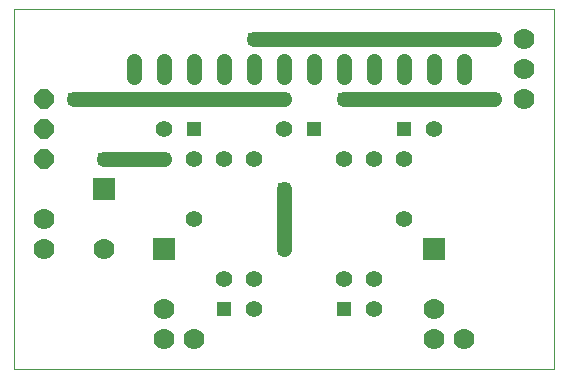
<source format=gtl>
G75*
%MOIN*%
%OFA0B0*%
%FSLAX25Y25*%
%IPPOS*%
%LPD*%
%AMOC8*
5,1,8,0,0,1.08239X$1,22.5*
%
%ADD10C,0.00000*%
%ADD11C,0.05543*%
%ADD12R,0.04756X0.04756*%
%ADD13R,0.07500X0.07500*%
%ADD14C,0.07000*%
%ADD15C,0.05150*%
%ADD16OC8,0.06496*%
%ADD17R,0.03962X0.03962*%
%ADD18C,0.05000*%
D10*
X0015760Y0029589D02*
X0015760Y0149589D01*
X0195760Y0149589D01*
X0195760Y0029589D01*
X0015760Y0029589D01*
D11*
X0075760Y0079589D03*
X0075760Y0099589D03*
X0085760Y0099589D03*
X0095760Y0099589D03*
X0105760Y0109589D03*
X0125760Y0099589D03*
X0135760Y0099589D03*
X0145760Y0099589D03*
X0155760Y0109589D03*
X0145760Y0079589D03*
X0135760Y0059589D03*
X0125760Y0059589D03*
X0135760Y0049589D03*
X0095760Y0049589D03*
X0095760Y0059589D03*
X0085760Y0059589D03*
X0065760Y0109589D03*
D12*
X0075760Y0109589D03*
X0115760Y0109589D03*
X0145760Y0109589D03*
X0125760Y0049589D03*
X0085760Y0049589D03*
D13*
X0065760Y0069589D03*
X0045760Y0089589D03*
X0155760Y0069589D03*
D14*
X0155760Y0049589D03*
X0155760Y0039589D03*
X0165760Y0039589D03*
X0075760Y0039589D03*
X0065760Y0039589D03*
X0065760Y0049589D03*
X0045760Y0069589D03*
X0025760Y0069589D03*
X0025760Y0079589D03*
X0185760Y0119589D03*
X0185760Y0129589D03*
X0185760Y0139589D03*
D15*
X0165760Y0132163D02*
X0165760Y0127014D01*
X0155760Y0127014D02*
X0155760Y0132163D01*
X0145760Y0132163D02*
X0145760Y0127014D01*
X0135760Y0127014D02*
X0135760Y0132163D01*
X0125760Y0132163D02*
X0125760Y0127014D01*
X0115760Y0127014D02*
X0115760Y0132163D01*
X0105760Y0132163D02*
X0105760Y0127014D01*
X0095760Y0127014D02*
X0095760Y0132163D01*
X0085760Y0132163D02*
X0085760Y0127014D01*
X0075760Y0127014D02*
X0075760Y0132163D01*
X0065760Y0132163D02*
X0065760Y0127014D01*
X0055760Y0127014D02*
X0055760Y0132163D01*
D16*
X0025760Y0119589D03*
X0025760Y0109589D03*
X0025760Y0099589D03*
D17*
X0045760Y0099589D03*
X0065760Y0099589D03*
X0035760Y0119589D03*
X0095760Y0139589D03*
X0105760Y0119589D03*
X0125760Y0119589D03*
X0105760Y0089589D03*
X0105760Y0069589D03*
X0175760Y0119589D03*
X0175760Y0139589D03*
D18*
X0095760Y0139589D01*
X0105760Y0119589D02*
X0035760Y0119589D01*
X0045760Y0099589D02*
X0065760Y0099589D01*
X0105760Y0089589D02*
X0105760Y0069589D01*
X0125760Y0119589D02*
X0175760Y0119589D01*
M02*

</source>
